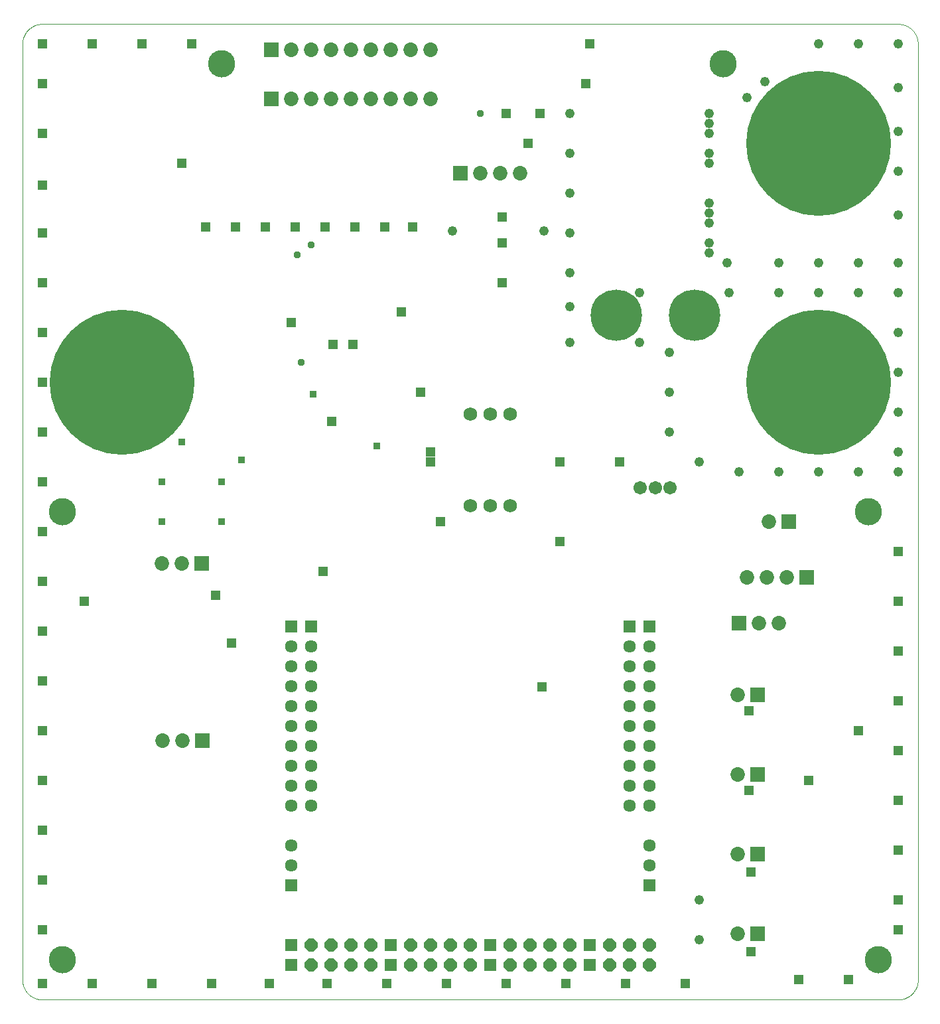
<source format=gbs>
G75*
%MOIN*%
%OFA0B0*%
%FSLAX25Y25*%
%IPPOS*%
%LPD*%
%AMOC8*
5,1,8,0,0,1.08239X$1,22.5*
%
%ADD10C,0.00000*%
%ADD11C,0.72800*%
%ADD12C,0.06800*%
%ADD13C,0.06343*%
%ADD14R,0.06343X0.06343*%
%ADD15OC8,0.06343*%
%ADD16C,0.07296*%
%ADD17R,0.07296X0.07296*%
%ADD18C,0.13650*%
%ADD19C,0.06706*%
%ADD20C,0.25800*%
%ADD21R,0.04762X0.04762*%
%ADD22C,0.04762*%
%ADD23C,0.03778*%
%ADD24R,0.03778X0.03778*%
D10*
X0021800Y0021800D02*
X0451800Y0021800D01*
X0452042Y0021803D01*
X0452283Y0021812D01*
X0452524Y0021826D01*
X0452765Y0021847D01*
X0453005Y0021873D01*
X0453245Y0021905D01*
X0453484Y0021943D01*
X0453721Y0021986D01*
X0453958Y0022036D01*
X0454193Y0022091D01*
X0454427Y0022151D01*
X0454659Y0022218D01*
X0454890Y0022289D01*
X0455119Y0022367D01*
X0455346Y0022450D01*
X0455571Y0022538D01*
X0455794Y0022632D01*
X0456014Y0022731D01*
X0456232Y0022836D01*
X0456447Y0022945D01*
X0456660Y0023060D01*
X0456870Y0023180D01*
X0457076Y0023305D01*
X0457280Y0023435D01*
X0457481Y0023570D01*
X0457678Y0023710D01*
X0457872Y0023854D01*
X0458062Y0024003D01*
X0458248Y0024157D01*
X0458431Y0024315D01*
X0458610Y0024477D01*
X0458785Y0024644D01*
X0458956Y0024815D01*
X0459123Y0024990D01*
X0459285Y0025169D01*
X0459443Y0025352D01*
X0459597Y0025538D01*
X0459746Y0025728D01*
X0459890Y0025922D01*
X0460030Y0026119D01*
X0460165Y0026320D01*
X0460295Y0026524D01*
X0460420Y0026730D01*
X0460540Y0026940D01*
X0460655Y0027153D01*
X0460764Y0027368D01*
X0460869Y0027586D01*
X0460968Y0027806D01*
X0461062Y0028029D01*
X0461150Y0028254D01*
X0461233Y0028481D01*
X0461311Y0028710D01*
X0461382Y0028941D01*
X0461449Y0029173D01*
X0461509Y0029407D01*
X0461564Y0029642D01*
X0461614Y0029879D01*
X0461657Y0030116D01*
X0461695Y0030355D01*
X0461727Y0030595D01*
X0461753Y0030835D01*
X0461774Y0031076D01*
X0461788Y0031317D01*
X0461797Y0031558D01*
X0461800Y0031800D01*
X0461800Y0501800D01*
X0461797Y0502042D01*
X0461788Y0502283D01*
X0461774Y0502524D01*
X0461753Y0502765D01*
X0461727Y0503005D01*
X0461695Y0503245D01*
X0461657Y0503484D01*
X0461614Y0503721D01*
X0461564Y0503958D01*
X0461509Y0504193D01*
X0461449Y0504427D01*
X0461382Y0504659D01*
X0461311Y0504890D01*
X0461233Y0505119D01*
X0461150Y0505346D01*
X0461062Y0505571D01*
X0460968Y0505794D01*
X0460869Y0506014D01*
X0460764Y0506232D01*
X0460655Y0506447D01*
X0460540Y0506660D01*
X0460420Y0506870D01*
X0460295Y0507076D01*
X0460165Y0507280D01*
X0460030Y0507481D01*
X0459890Y0507678D01*
X0459746Y0507872D01*
X0459597Y0508062D01*
X0459443Y0508248D01*
X0459285Y0508431D01*
X0459123Y0508610D01*
X0458956Y0508785D01*
X0458785Y0508956D01*
X0458610Y0509123D01*
X0458431Y0509285D01*
X0458248Y0509443D01*
X0458062Y0509597D01*
X0457872Y0509746D01*
X0457678Y0509890D01*
X0457481Y0510030D01*
X0457280Y0510165D01*
X0457076Y0510295D01*
X0456870Y0510420D01*
X0456660Y0510540D01*
X0456447Y0510655D01*
X0456232Y0510764D01*
X0456014Y0510869D01*
X0455794Y0510968D01*
X0455571Y0511062D01*
X0455346Y0511150D01*
X0455119Y0511233D01*
X0454890Y0511311D01*
X0454659Y0511382D01*
X0454427Y0511449D01*
X0454193Y0511509D01*
X0453958Y0511564D01*
X0453721Y0511614D01*
X0453484Y0511657D01*
X0453245Y0511695D01*
X0453005Y0511727D01*
X0452765Y0511753D01*
X0452524Y0511774D01*
X0452283Y0511788D01*
X0452042Y0511797D01*
X0451800Y0511800D01*
X0021800Y0511800D01*
X0021558Y0511797D01*
X0021317Y0511788D01*
X0021076Y0511774D01*
X0020835Y0511753D01*
X0020595Y0511727D01*
X0020355Y0511695D01*
X0020116Y0511657D01*
X0019879Y0511614D01*
X0019642Y0511564D01*
X0019407Y0511509D01*
X0019173Y0511449D01*
X0018941Y0511382D01*
X0018710Y0511311D01*
X0018481Y0511233D01*
X0018254Y0511150D01*
X0018029Y0511062D01*
X0017806Y0510968D01*
X0017586Y0510869D01*
X0017368Y0510764D01*
X0017153Y0510655D01*
X0016940Y0510540D01*
X0016730Y0510420D01*
X0016524Y0510295D01*
X0016320Y0510165D01*
X0016119Y0510030D01*
X0015922Y0509890D01*
X0015728Y0509746D01*
X0015538Y0509597D01*
X0015352Y0509443D01*
X0015169Y0509285D01*
X0014990Y0509123D01*
X0014815Y0508956D01*
X0014644Y0508785D01*
X0014477Y0508610D01*
X0014315Y0508431D01*
X0014157Y0508248D01*
X0014003Y0508062D01*
X0013854Y0507872D01*
X0013710Y0507678D01*
X0013570Y0507481D01*
X0013435Y0507280D01*
X0013305Y0507076D01*
X0013180Y0506870D01*
X0013060Y0506660D01*
X0012945Y0506447D01*
X0012836Y0506232D01*
X0012731Y0506014D01*
X0012632Y0505794D01*
X0012538Y0505571D01*
X0012450Y0505346D01*
X0012367Y0505119D01*
X0012289Y0504890D01*
X0012218Y0504659D01*
X0012151Y0504427D01*
X0012091Y0504193D01*
X0012036Y0503958D01*
X0011986Y0503721D01*
X0011943Y0503484D01*
X0011905Y0503245D01*
X0011873Y0503005D01*
X0011847Y0502765D01*
X0011826Y0502524D01*
X0011812Y0502283D01*
X0011803Y0502042D01*
X0011800Y0501800D01*
X0011800Y0031800D01*
X0011803Y0031558D01*
X0011812Y0031317D01*
X0011826Y0031076D01*
X0011847Y0030835D01*
X0011873Y0030595D01*
X0011905Y0030355D01*
X0011943Y0030116D01*
X0011986Y0029879D01*
X0012036Y0029642D01*
X0012091Y0029407D01*
X0012151Y0029173D01*
X0012218Y0028941D01*
X0012289Y0028710D01*
X0012367Y0028481D01*
X0012450Y0028254D01*
X0012538Y0028029D01*
X0012632Y0027806D01*
X0012731Y0027586D01*
X0012836Y0027368D01*
X0012945Y0027153D01*
X0013060Y0026940D01*
X0013180Y0026730D01*
X0013305Y0026524D01*
X0013435Y0026320D01*
X0013570Y0026119D01*
X0013710Y0025922D01*
X0013854Y0025728D01*
X0014003Y0025538D01*
X0014157Y0025352D01*
X0014315Y0025169D01*
X0014477Y0024990D01*
X0014644Y0024815D01*
X0014815Y0024644D01*
X0014990Y0024477D01*
X0015169Y0024315D01*
X0015352Y0024157D01*
X0015538Y0024003D01*
X0015728Y0023854D01*
X0015922Y0023710D01*
X0016119Y0023570D01*
X0016320Y0023435D01*
X0016524Y0023305D01*
X0016730Y0023180D01*
X0016940Y0023060D01*
X0017153Y0022945D01*
X0017368Y0022836D01*
X0017586Y0022731D01*
X0017806Y0022632D01*
X0018029Y0022538D01*
X0018254Y0022450D01*
X0018481Y0022367D01*
X0018710Y0022289D01*
X0018941Y0022218D01*
X0019173Y0022151D01*
X0019407Y0022091D01*
X0019642Y0022036D01*
X0019879Y0021986D01*
X0020116Y0021943D01*
X0020355Y0021905D01*
X0020595Y0021873D01*
X0020835Y0021847D01*
X0021076Y0021826D01*
X0021317Y0021812D01*
X0021558Y0021803D01*
X0021800Y0021800D01*
X0025375Y0041800D02*
X0025377Y0041960D01*
X0025383Y0042120D01*
X0025393Y0042280D01*
X0025407Y0042440D01*
X0025425Y0042599D01*
X0025447Y0042758D01*
X0025473Y0042916D01*
X0025502Y0043073D01*
X0025536Y0043230D01*
X0025574Y0043385D01*
X0025615Y0043540D01*
X0025660Y0043694D01*
X0025710Y0043846D01*
X0025762Y0043997D01*
X0025819Y0044147D01*
X0025880Y0044296D01*
X0025944Y0044443D01*
X0026011Y0044588D01*
X0026083Y0044731D01*
X0026157Y0044873D01*
X0026236Y0045013D01*
X0026318Y0045150D01*
X0026403Y0045286D01*
X0026491Y0045419D01*
X0026583Y0045551D01*
X0026678Y0045679D01*
X0026777Y0045806D01*
X0026878Y0045930D01*
X0026983Y0046051D01*
X0027090Y0046170D01*
X0027201Y0046286D01*
X0027314Y0046399D01*
X0027430Y0046510D01*
X0027549Y0046617D01*
X0027670Y0046722D01*
X0027794Y0046823D01*
X0027921Y0046922D01*
X0028049Y0047017D01*
X0028181Y0047109D01*
X0028314Y0047197D01*
X0028450Y0047282D01*
X0028588Y0047364D01*
X0028727Y0047443D01*
X0028869Y0047517D01*
X0029012Y0047589D01*
X0029157Y0047656D01*
X0029304Y0047720D01*
X0029453Y0047781D01*
X0029603Y0047838D01*
X0029754Y0047890D01*
X0029906Y0047940D01*
X0030060Y0047985D01*
X0030215Y0048026D01*
X0030370Y0048064D01*
X0030527Y0048098D01*
X0030684Y0048127D01*
X0030842Y0048153D01*
X0031001Y0048175D01*
X0031160Y0048193D01*
X0031320Y0048207D01*
X0031480Y0048217D01*
X0031640Y0048223D01*
X0031800Y0048225D01*
X0031960Y0048223D01*
X0032120Y0048217D01*
X0032280Y0048207D01*
X0032440Y0048193D01*
X0032599Y0048175D01*
X0032758Y0048153D01*
X0032916Y0048127D01*
X0033073Y0048098D01*
X0033230Y0048064D01*
X0033385Y0048026D01*
X0033540Y0047985D01*
X0033694Y0047940D01*
X0033846Y0047890D01*
X0033997Y0047838D01*
X0034147Y0047781D01*
X0034296Y0047720D01*
X0034443Y0047656D01*
X0034588Y0047589D01*
X0034731Y0047517D01*
X0034873Y0047443D01*
X0035013Y0047364D01*
X0035150Y0047282D01*
X0035286Y0047197D01*
X0035419Y0047109D01*
X0035551Y0047017D01*
X0035679Y0046922D01*
X0035806Y0046823D01*
X0035930Y0046722D01*
X0036051Y0046617D01*
X0036170Y0046510D01*
X0036286Y0046399D01*
X0036399Y0046286D01*
X0036510Y0046170D01*
X0036617Y0046051D01*
X0036722Y0045930D01*
X0036823Y0045806D01*
X0036922Y0045679D01*
X0037017Y0045551D01*
X0037109Y0045419D01*
X0037197Y0045286D01*
X0037282Y0045150D01*
X0037364Y0045012D01*
X0037443Y0044873D01*
X0037517Y0044731D01*
X0037589Y0044588D01*
X0037656Y0044443D01*
X0037720Y0044296D01*
X0037781Y0044147D01*
X0037838Y0043997D01*
X0037890Y0043846D01*
X0037940Y0043694D01*
X0037985Y0043540D01*
X0038026Y0043385D01*
X0038064Y0043230D01*
X0038098Y0043073D01*
X0038127Y0042916D01*
X0038153Y0042758D01*
X0038175Y0042599D01*
X0038193Y0042440D01*
X0038207Y0042280D01*
X0038217Y0042120D01*
X0038223Y0041960D01*
X0038225Y0041800D01*
X0038223Y0041640D01*
X0038217Y0041480D01*
X0038207Y0041320D01*
X0038193Y0041160D01*
X0038175Y0041001D01*
X0038153Y0040842D01*
X0038127Y0040684D01*
X0038098Y0040527D01*
X0038064Y0040370D01*
X0038026Y0040215D01*
X0037985Y0040060D01*
X0037940Y0039906D01*
X0037890Y0039754D01*
X0037838Y0039603D01*
X0037781Y0039453D01*
X0037720Y0039304D01*
X0037656Y0039157D01*
X0037589Y0039012D01*
X0037517Y0038869D01*
X0037443Y0038727D01*
X0037364Y0038587D01*
X0037282Y0038450D01*
X0037197Y0038314D01*
X0037109Y0038181D01*
X0037017Y0038049D01*
X0036922Y0037921D01*
X0036823Y0037794D01*
X0036722Y0037670D01*
X0036617Y0037549D01*
X0036510Y0037430D01*
X0036399Y0037314D01*
X0036286Y0037201D01*
X0036170Y0037090D01*
X0036051Y0036983D01*
X0035930Y0036878D01*
X0035806Y0036777D01*
X0035679Y0036678D01*
X0035551Y0036583D01*
X0035419Y0036491D01*
X0035286Y0036403D01*
X0035150Y0036318D01*
X0035012Y0036236D01*
X0034873Y0036157D01*
X0034731Y0036083D01*
X0034588Y0036011D01*
X0034443Y0035944D01*
X0034296Y0035880D01*
X0034147Y0035819D01*
X0033997Y0035762D01*
X0033846Y0035710D01*
X0033694Y0035660D01*
X0033540Y0035615D01*
X0033385Y0035574D01*
X0033230Y0035536D01*
X0033073Y0035502D01*
X0032916Y0035473D01*
X0032758Y0035447D01*
X0032599Y0035425D01*
X0032440Y0035407D01*
X0032280Y0035393D01*
X0032120Y0035383D01*
X0031960Y0035377D01*
X0031800Y0035375D01*
X0031640Y0035377D01*
X0031480Y0035383D01*
X0031320Y0035393D01*
X0031160Y0035407D01*
X0031001Y0035425D01*
X0030842Y0035447D01*
X0030684Y0035473D01*
X0030527Y0035502D01*
X0030370Y0035536D01*
X0030215Y0035574D01*
X0030060Y0035615D01*
X0029906Y0035660D01*
X0029754Y0035710D01*
X0029603Y0035762D01*
X0029453Y0035819D01*
X0029304Y0035880D01*
X0029157Y0035944D01*
X0029012Y0036011D01*
X0028869Y0036083D01*
X0028727Y0036157D01*
X0028587Y0036236D01*
X0028450Y0036318D01*
X0028314Y0036403D01*
X0028181Y0036491D01*
X0028049Y0036583D01*
X0027921Y0036678D01*
X0027794Y0036777D01*
X0027670Y0036878D01*
X0027549Y0036983D01*
X0027430Y0037090D01*
X0027314Y0037201D01*
X0027201Y0037314D01*
X0027090Y0037430D01*
X0026983Y0037549D01*
X0026878Y0037670D01*
X0026777Y0037794D01*
X0026678Y0037921D01*
X0026583Y0038049D01*
X0026491Y0038181D01*
X0026403Y0038314D01*
X0026318Y0038450D01*
X0026236Y0038588D01*
X0026157Y0038727D01*
X0026083Y0038869D01*
X0026011Y0039012D01*
X0025944Y0039157D01*
X0025880Y0039304D01*
X0025819Y0039453D01*
X0025762Y0039603D01*
X0025710Y0039754D01*
X0025660Y0039906D01*
X0025615Y0040060D01*
X0025574Y0040215D01*
X0025536Y0040370D01*
X0025502Y0040527D01*
X0025473Y0040684D01*
X0025447Y0040842D01*
X0025425Y0041001D01*
X0025407Y0041160D01*
X0025393Y0041320D01*
X0025383Y0041480D01*
X0025377Y0041640D01*
X0025375Y0041800D01*
X0025375Y0266800D02*
X0025377Y0266960D01*
X0025383Y0267120D01*
X0025393Y0267280D01*
X0025407Y0267440D01*
X0025425Y0267599D01*
X0025447Y0267758D01*
X0025473Y0267916D01*
X0025502Y0268073D01*
X0025536Y0268230D01*
X0025574Y0268385D01*
X0025615Y0268540D01*
X0025660Y0268694D01*
X0025710Y0268846D01*
X0025762Y0268997D01*
X0025819Y0269147D01*
X0025880Y0269296D01*
X0025944Y0269443D01*
X0026011Y0269588D01*
X0026083Y0269731D01*
X0026157Y0269873D01*
X0026236Y0270013D01*
X0026318Y0270150D01*
X0026403Y0270286D01*
X0026491Y0270419D01*
X0026583Y0270551D01*
X0026678Y0270679D01*
X0026777Y0270806D01*
X0026878Y0270930D01*
X0026983Y0271051D01*
X0027090Y0271170D01*
X0027201Y0271286D01*
X0027314Y0271399D01*
X0027430Y0271510D01*
X0027549Y0271617D01*
X0027670Y0271722D01*
X0027794Y0271823D01*
X0027921Y0271922D01*
X0028049Y0272017D01*
X0028181Y0272109D01*
X0028314Y0272197D01*
X0028450Y0272282D01*
X0028588Y0272364D01*
X0028727Y0272443D01*
X0028869Y0272517D01*
X0029012Y0272589D01*
X0029157Y0272656D01*
X0029304Y0272720D01*
X0029453Y0272781D01*
X0029603Y0272838D01*
X0029754Y0272890D01*
X0029906Y0272940D01*
X0030060Y0272985D01*
X0030215Y0273026D01*
X0030370Y0273064D01*
X0030527Y0273098D01*
X0030684Y0273127D01*
X0030842Y0273153D01*
X0031001Y0273175D01*
X0031160Y0273193D01*
X0031320Y0273207D01*
X0031480Y0273217D01*
X0031640Y0273223D01*
X0031800Y0273225D01*
X0031960Y0273223D01*
X0032120Y0273217D01*
X0032280Y0273207D01*
X0032440Y0273193D01*
X0032599Y0273175D01*
X0032758Y0273153D01*
X0032916Y0273127D01*
X0033073Y0273098D01*
X0033230Y0273064D01*
X0033385Y0273026D01*
X0033540Y0272985D01*
X0033694Y0272940D01*
X0033846Y0272890D01*
X0033997Y0272838D01*
X0034147Y0272781D01*
X0034296Y0272720D01*
X0034443Y0272656D01*
X0034588Y0272589D01*
X0034731Y0272517D01*
X0034873Y0272443D01*
X0035013Y0272364D01*
X0035150Y0272282D01*
X0035286Y0272197D01*
X0035419Y0272109D01*
X0035551Y0272017D01*
X0035679Y0271922D01*
X0035806Y0271823D01*
X0035930Y0271722D01*
X0036051Y0271617D01*
X0036170Y0271510D01*
X0036286Y0271399D01*
X0036399Y0271286D01*
X0036510Y0271170D01*
X0036617Y0271051D01*
X0036722Y0270930D01*
X0036823Y0270806D01*
X0036922Y0270679D01*
X0037017Y0270551D01*
X0037109Y0270419D01*
X0037197Y0270286D01*
X0037282Y0270150D01*
X0037364Y0270012D01*
X0037443Y0269873D01*
X0037517Y0269731D01*
X0037589Y0269588D01*
X0037656Y0269443D01*
X0037720Y0269296D01*
X0037781Y0269147D01*
X0037838Y0268997D01*
X0037890Y0268846D01*
X0037940Y0268694D01*
X0037985Y0268540D01*
X0038026Y0268385D01*
X0038064Y0268230D01*
X0038098Y0268073D01*
X0038127Y0267916D01*
X0038153Y0267758D01*
X0038175Y0267599D01*
X0038193Y0267440D01*
X0038207Y0267280D01*
X0038217Y0267120D01*
X0038223Y0266960D01*
X0038225Y0266800D01*
X0038223Y0266640D01*
X0038217Y0266480D01*
X0038207Y0266320D01*
X0038193Y0266160D01*
X0038175Y0266001D01*
X0038153Y0265842D01*
X0038127Y0265684D01*
X0038098Y0265527D01*
X0038064Y0265370D01*
X0038026Y0265215D01*
X0037985Y0265060D01*
X0037940Y0264906D01*
X0037890Y0264754D01*
X0037838Y0264603D01*
X0037781Y0264453D01*
X0037720Y0264304D01*
X0037656Y0264157D01*
X0037589Y0264012D01*
X0037517Y0263869D01*
X0037443Y0263727D01*
X0037364Y0263587D01*
X0037282Y0263450D01*
X0037197Y0263314D01*
X0037109Y0263181D01*
X0037017Y0263049D01*
X0036922Y0262921D01*
X0036823Y0262794D01*
X0036722Y0262670D01*
X0036617Y0262549D01*
X0036510Y0262430D01*
X0036399Y0262314D01*
X0036286Y0262201D01*
X0036170Y0262090D01*
X0036051Y0261983D01*
X0035930Y0261878D01*
X0035806Y0261777D01*
X0035679Y0261678D01*
X0035551Y0261583D01*
X0035419Y0261491D01*
X0035286Y0261403D01*
X0035150Y0261318D01*
X0035012Y0261236D01*
X0034873Y0261157D01*
X0034731Y0261083D01*
X0034588Y0261011D01*
X0034443Y0260944D01*
X0034296Y0260880D01*
X0034147Y0260819D01*
X0033997Y0260762D01*
X0033846Y0260710D01*
X0033694Y0260660D01*
X0033540Y0260615D01*
X0033385Y0260574D01*
X0033230Y0260536D01*
X0033073Y0260502D01*
X0032916Y0260473D01*
X0032758Y0260447D01*
X0032599Y0260425D01*
X0032440Y0260407D01*
X0032280Y0260393D01*
X0032120Y0260383D01*
X0031960Y0260377D01*
X0031800Y0260375D01*
X0031640Y0260377D01*
X0031480Y0260383D01*
X0031320Y0260393D01*
X0031160Y0260407D01*
X0031001Y0260425D01*
X0030842Y0260447D01*
X0030684Y0260473D01*
X0030527Y0260502D01*
X0030370Y0260536D01*
X0030215Y0260574D01*
X0030060Y0260615D01*
X0029906Y0260660D01*
X0029754Y0260710D01*
X0029603Y0260762D01*
X0029453Y0260819D01*
X0029304Y0260880D01*
X0029157Y0260944D01*
X0029012Y0261011D01*
X0028869Y0261083D01*
X0028727Y0261157D01*
X0028587Y0261236D01*
X0028450Y0261318D01*
X0028314Y0261403D01*
X0028181Y0261491D01*
X0028049Y0261583D01*
X0027921Y0261678D01*
X0027794Y0261777D01*
X0027670Y0261878D01*
X0027549Y0261983D01*
X0027430Y0262090D01*
X0027314Y0262201D01*
X0027201Y0262314D01*
X0027090Y0262430D01*
X0026983Y0262549D01*
X0026878Y0262670D01*
X0026777Y0262794D01*
X0026678Y0262921D01*
X0026583Y0263049D01*
X0026491Y0263181D01*
X0026403Y0263314D01*
X0026318Y0263450D01*
X0026236Y0263588D01*
X0026157Y0263727D01*
X0026083Y0263869D01*
X0026011Y0264012D01*
X0025944Y0264157D01*
X0025880Y0264304D01*
X0025819Y0264453D01*
X0025762Y0264603D01*
X0025710Y0264754D01*
X0025660Y0264906D01*
X0025615Y0265060D01*
X0025574Y0265215D01*
X0025536Y0265370D01*
X0025502Y0265527D01*
X0025473Y0265684D01*
X0025447Y0265842D01*
X0025425Y0266001D01*
X0025407Y0266160D01*
X0025393Y0266320D01*
X0025383Y0266480D01*
X0025377Y0266640D01*
X0025375Y0266800D01*
X0105375Y0491800D02*
X0105377Y0491960D01*
X0105383Y0492120D01*
X0105393Y0492280D01*
X0105407Y0492440D01*
X0105425Y0492599D01*
X0105447Y0492758D01*
X0105473Y0492916D01*
X0105502Y0493073D01*
X0105536Y0493230D01*
X0105574Y0493385D01*
X0105615Y0493540D01*
X0105660Y0493694D01*
X0105710Y0493846D01*
X0105762Y0493997D01*
X0105819Y0494147D01*
X0105880Y0494296D01*
X0105944Y0494443D01*
X0106011Y0494588D01*
X0106083Y0494731D01*
X0106157Y0494873D01*
X0106236Y0495013D01*
X0106318Y0495150D01*
X0106403Y0495286D01*
X0106491Y0495419D01*
X0106583Y0495551D01*
X0106678Y0495679D01*
X0106777Y0495806D01*
X0106878Y0495930D01*
X0106983Y0496051D01*
X0107090Y0496170D01*
X0107201Y0496286D01*
X0107314Y0496399D01*
X0107430Y0496510D01*
X0107549Y0496617D01*
X0107670Y0496722D01*
X0107794Y0496823D01*
X0107921Y0496922D01*
X0108049Y0497017D01*
X0108181Y0497109D01*
X0108314Y0497197D01*
X0108450Y0497282D01*
X0108588Y0497364D01*
X0108727Y0497443D01*
X0108869Y0497517D01*
X0109012Y0497589D01*
X0109157Y0497656D01*
X0109304Y0497720D01*
X0109453Y0497781D01*
X0109603Y0497838D01*
X0109754Y0497890D01*
X0109906Y0497940D01*
X0110060Y0497985D01*
X0110215Y0498026D01*
X0110370Y0498064D01*
X0110527Y0498098D01*
X0110684Y0498127D01*
X0110842Y0498153D01*
X0111001Y0498175D01*
X0111160Y0498193D01*
X0111320Y0498207D01*
X0111480Y0498217D01*
X0111640Y0498223D01*
X0111800Y0498225D01*
X0111960Y0498223D01*
X0112120Y0498217D01*
X0112280Y0498207D01*
X0112440Y0498193D01*
X0112599Y0498175D01*
X0112758Y0498153D01*
X0112916Y0498127D01*
X0113073Y0498098D01*
X0113230Y0498064D01*
X0113385Y0498026D01*
X0113540Y0497985D01*
X0113694Y0497940D01*
X0113846Y0497890D01*
X0113997Y0497838D01*
X0114147Y0497781D01*
X0114296Y0497720D01*
X0114443Y0497656D01*
X0114588Y0497589D01*
X0114731Y0497517D01*
X0114873Y0497443D01*
X0115013Y0497364D01*
X0115150Y0497282D01*
X0115286Y0497197D01*
X0115419Y0497109D01*
X0115551Y0497017D01*
X0115679Y0496922D01*
X0115806Y0496823D01*
X0115930Y0496722D01*
X0116051Y0496617D01*
X0116170Y0496510D01*
X0116286Y0496399D01*
X0116399Y0496286D01*
X0116510Y0496170D01*
X0116617Y0496051D01*
X0116722Y0495930D01*
X0116823Y0495806D01*
X0116922Y0495679D01*
X0117017Y0495551D01*
X0117109Y0495419D01*
X0117197Y0495286D01*
X0117282Y0495150D01*
X0117364Y0495012D01*
X0117443Y0494873D01*
X0117517Y0494731D01*
X0117589Y0494588D01*
X0117656Y0494443D01*
X0117720Y0494296D01*
X0117781Y0494147D01*
X0117838Y0493997D01*
X0117890Y0493846D01*
X0117940Y0493694D01*
X0117985Y0493540D01*
X0118026Y0493385D01*
X0118064Y0493230D01*
X0118098Y0493073D01*
X0118127Y0492916D01*
X0118153Y0492758D01*
X0118175Y0492599D01*
X0118193Y0492440D01*
X0118207Y0492280D01*
X0118217Y0492120D01*
X0118223Y0491960D01*
X0118225Y0491800D01*
X0118223Y0491640D01*
X0118217Y0491480D01*
X0118207Y0491320D01*
X0118193Y0491160D01*
X0118175Y0491001D01*
X0118153Y0490842D01*
X0118127Y0490684D01*
X0118098Y0490527D01*
X0118064Y0490370D01*
X0118026Y0490215D01*
X0117985Y0490060D01*
X0117940Y0489906D01*
X0117890Y0489754D01*
X0117838Y0489603D01*
X0117781Y0489453D01*
X0117720Y0489304D01*
X0117656Y0489157D01*
X0117589Y0489012D01*
X0117517Y0488869D01*
X0117443Y0488727D01*
X0117364Y0488587D01*
X0117282Y0488450D01*
X0117197Y0488314D01*
X0117109Y0488181D01*
X0117017Y0488049D01*
X0116922Y0487921D01*
X0116823Y0487794D01*
X0116722Y0487670D01*
X0116617Y0487549D01*
X0116510Y0487430D01*
X0116399Y0487314D01*
X0116286Y0487201D01*
X0116170Y0487090D01*
X0116051Y0486983D01*
X0115930Y0486878D01*
X0115806Y0486777D01*
X0115679Y0486678D01*
X0115551Y0486583D01*
X0115419Y0486491D01*
X0115286Y0486403D01*
X0115150Y0486318D01*
X0115012Y0486236D01*
X0114873Y0486157D01*
X0114731Y0486083D01*
X0114588Y0486011D01*
X0114443Y0485944D01*
X0114296Y0485880D01*
X0114147Y0485819D01*
X0113997Y0485762D01*
X0113846Y0485710D01*
X0113694Y0485660D01*
X0113540Y0485615D01*
X0113385Y0485574D01*
X0113230Y0485536D01*
X0113073Y0485502D01*
X0112916Y0485473D01*
X0112758Y0485447D01*
X0112599Y0485425D01*
X0112440Y0485407D01*
X0112280Y0485393D01*
X0112120Y0485383D01*
X0111960Y0485377D01*
X0111800Y0485375D01*
X0111640Y0485377D01*
X0111480Y0485383D01*
X0111320Y0485393D01*
X0111160Y0485407D01*
X0111001Y0485425D01*
X0110842Y0485447D01*
X0110684Y0485473D01*
X0110527Y0485502D01*
X0110370Y0485536D01*
X0110215Y0485574D01*
X0110060Y0485615D01*
X0109906Y0485660D01*
X0109754Y0485710D01*
X0109603Y0485762D01*
X0109453Y0485819D01*
X0109304Y0485880D01*
X0109157Y0485944D01*
X0109012Y0486011D01*
X0108869Y0486083D01*
X0108727Y0486157D01*
X0108587Y0486236D01*
X0108450Y0486318D01*
X0108314Y0486403D01*
X0108181Y0486491D01*
X0108049Y0486583D01*
X0107921Y0486678D01*
X0107794Y0486777D01*
X0107670Y0486878D01*
X0107549Y0486983D01*
X0107430Y0487090D01*
X0107314Y0487201D01*
X0107201Y0487314D01*
X0107090Y0487430D01*
X0106983Y0487549D01*
X0106878Y0487670D01*
X0106777Y0487794D01*
X0106678Y0487921D01*
X0106583Y0488049D01*
X0106491Y0488181D01*
X0106403Y0488314D01*
X0106318Y0488450D01*
X0106236Y0488588D01*
X0106157Y0488727D01*
X0106083Y0488869D01*
X0106011Y0489012D01*
X0105944Y0489157D01*
X0105880Y0489304D01*
X0105819Y0489453D01*
X0105762Y0489603D01*
X0105710Y0489754D01*
X0105660Y0489906D01*
X0105615Y0490060D01*
X0105574Y0490215D01*
X0105536Y0490370D01*
X0105502Y0490527D01*
X0105473Y0490684D01*
X0105447Y0490842D01*
X0105425Y0491001D01*
X0105407Y0491160D01*
X0105393Y0491320D01*
X0105383Y0491480D01*
X0105377Y0491640D01*
X0105375Y0491800D01*
X0357375Y0491800D02*
X0357377Y0491960D01*
X0357383Y0492120D01*
X0357393Y0492280D01*
X0357407Y0492440D01*
X0357425Y0492599D01*
X0357447Y0492758D01*
X0357473Y0492916D01*
X0357502Y0493073D01*
X0357536Y0493230D01*
X0357574Y0493385D01*
X0357615Y0493540D01*
X0357660Y0493694D01*
X0357710Y0493846D01*
X0357762Y0493997D01*
X0357819Y0494147D01*
X0357880Y0494296D01*
X0357944Y0494443D01*
X0358011Y0494588D01*
X0358083Y0494731D01*
X0358157Y0494873D01*
X0358236Y0495013D01*
X0358318Y0495150D01*
X0358403Y0495286D01*
X0358491Y0495419D01*
X0358583Y0495551D01*
X0358678Y0495679D01*
X0358777Y0495806D01*
X0358878Y0495930D01*
X0358983Y0496051D01*
X0359090Y0496170D01*
X0359201Y0496286D01*
X0359314Y0496399D01*
X0359430Y0496510D01*
X0359549Y0496617D01*
X0359670Y0496722D01*
X0359794Y0496823D01*
X0359921Y0496922D01*
X0360049Y0497017D01*
X0360181Y0497109D01*
X0360314Y0497197D01*
X0360450Y0497282D01*
X0360588Y0497364D01*
X0360727Y0497443D01*
X0360869Y0497517D01*
X0361012Y0497589D01*
X0361157Y0497656D01*
X0361304Y0497720D01*
X0361453Y0497781D01*
X0361603Y0497838D01*
X0361754Y0497890D01*
X0361906Y0497940D01*
X0362060Y0497985D01*
X0362215Y0498026D01*
X0362370Y0498064D01*
X0362527Y0498098D01*
X0362684Y0498127D01*
X0362842Y0498153D01*
X0363001Y0498175D01*
X0363160Y0498193D01*
X0363320Y0498207D01*
X0363480Y0498217D01*
X0363640Y0498223D01*
X0363800Y0498225D01*
X0363960Y0498223D01*
X0364120Y0498217D01*
X0364280Y0498207D01*
X0364440Y0498193D01*
X0364599Y0498175D01*
X0364758Y0498153D01*
X0364916Y0498127D01*
X0365073Y0498098D01*
X0365230Y0498064D01*
X0365385Y0498026D01*
X0365540Y0497985D01*
X0365694Y0497940D01*
X0365846Y0497890D01*
X0365997Y0497838D01*
X0366147Y0497781D01*
X0366296Y0497720D01*
X0366443Y0497656D01*
X0366588Y0497589D01*
X0366731Y0497517D01*
X0366873Y0497443D01*
X0367013Y0497364D01*
X0367150Y0497282D01*
X0367286Y0497197D01*
X0367419Y0497109D01*
X0367551Y0497017D01*
X0367679Y0496922D01*
X0367806Y0496823D01*
X0367930Y0496722D01*
X0368051Y0496617D01*
X0368170Y0496510D01*
X0368286Y0496399D01*
X0368399Y0496286D01*
X0368510Y0496170D01*
X0368617Y0496051D01*
X0368722Y0495930D01*
X0368823Y0495806D01*
X0368922Y0495679D01*
X0369017Y0495551D01*
X0369109Y0495419D01*
X0369197Y0495286D01*
X0369282Y0495150D01*
X0369364Y0495012D01*
X0369443Y0494873D01*
X0369517Y0494731D01*
X0369589Y0494588D01*
X0369656Y0494443D01*
X0369720Y0494296D01*
X0369781Y0494147D01*
X0369838Y0493997D01*
X0369890Y0493846D01*
X0369940Y0493694D01*
X0369985Y0493540D01*
X0370026Y0493385D01*
X0370064Y0493230D01*
X0370098Y0493073D01*
X0370127Y0492916D01*
X0370153Y0492758D01*
X0370175Y0492599D01*
X0370193Y0492440D01*
X0370207Y0492280D01*
X0370217Y0492120D01*
X0370223Y0491960D01*
X0370225Y0491800D01*
X0370223Y0491640D01*
X0370217Y0491480D01*
X0370207Y0491320D01*
X0370193Y0491160D01*
X0370175Y0491001D01*
X0370153Y0490842D01*
X0370127Y0490684D01*
X0370098Y0490527D01*
X0370064Y0490370D01*
X0370026Y0490215D01*
X0369985Y0490060D01*
X0369940Y0489906D01*
X0369890Y0489754D01*
X0369838Y0489603D01*
X0369781Y0489453D01*
X0369720Y0489304D01*
X0369656Y0489157D01*
X0369589Y0489012D01*
X0369517Y0488869D01*
X0369443Y0488727D01*
X0369364Y0488587D01*
X0369282Y0488450D01*
X0369197Y0488314D01*
X0369109Y0488181D01*
X0369017Y0488049D01*
X0368922Y0487921D01*
X0368823Y0487794D01*
X0368722Y0487670D01*
X0368617Y0487549D01*
X0368510Y0487430D01*
X0368399Y0487314D01*
X0368286Y0487201D01*
X0368170Y0487090D01*
X0368051Y0486983D01*
X0367930Y0486878D01*
X0367806Y0486777D01*
X0367679Y0486678D01*
X0367551Y0486583D01*
X0367419Y0486491D01*
X0367286Y0486403D01*
X0367150Y0486318D01*
X0367012Y0486236D01*
X0366873Y0486157D01*
X0366731Y0486083D01*
X0366588Y0486011D01*
X0366443Y0485944D01*
X0366296Y0485880D01*
X0366147Y0485819D01*
X0365997Y0485762D01*
X0365846Y0485710D01*
X0365694Y0485660D01*
X0365540Y0485615D01*
X0365385Y0485574D01*
X0365230Y0485536D01*
X0365073Y0485502D01*
X0364916Y0485473D01*
X0364758Y0485447D01*
X0364599Y0485425D01*
X0364440Y0485407D01*
X0364280Y0485393D01*
X0364120Y0485383D01*
X0363960Y0485377D01*
X0363800Y0485375D01*
X0363640Y0485377D01*
X0363480Y0485383D01*
X0363320Y0485393D01*
X0363160Y0485407D01*
X0363001Y0485425D01*
X0362842Y0485447D01*
X0362684Y0485473D01*
X0362527Y0485502D01*
X0362370Y0485536D01*
X0362215Y0485574D01*
X0362060Y0485615D01*
X0361906Y0485660D01*
X0361754Y0485710D01*
X0361603Y0485762D01*
X0361453Y0485819D01*
X0361304Y0485880D01*
X0361157Y0485944D01*
X0361012Y0486011D01*
X0360869Y0486083D01*
X0360727Y0486157D01*
X0360587Y0486236D01*
X0360450Y0486318D01*
X0360314Y0486403D01*
X0360181Y0486491D01*
X0360049Y0486583D01*
X0359921Y0486678D01*
X0359794Y0486777D01*
X0359670Y0486878D01*
X0359549Y0486983D01*
X0359430Y0487090D01*
X0359314Y0487201D01*
X0359201Y0487314D01*
X0359090Y0487430D01*
X0358983Y0487549D01*
X0358878Y0487670D01*
X0358777Y0487794D01*
X0358678Y0487921D01*
X0358583Y0488049D01*
X0358491Y0488181D01*
X0358403Y0488314D01*
X0358318Y0488450D01*
X0358236Y0488588D01*
X0358157Y0488727D01*
X0358083Y0488869D01*
X0358011Y0489012D01*
X0357944Y0489157D01*
X0357880Y0489304D01*
X0357819Y0489453D01*
X0357762Y0489603D01*
X0357710Y0489754D01*
X0357660Y0489906D01*
X0357615Y0490060D01*
X0357574Y0490215D01*
X0357536Y0490370D01*
X0357502Y0490527D01*
X0357473Y0490684D01*
X0357447Y0490842D01*
X0357425Y0491001D01*
X0357407Y0491160D01*
X0357393Y0491320D01*
X0357383Y0491480D01*
X0357377Y0491640D01*
X0357375Y0491800D01*
X0430375Y0266800D02*
X0430377Y0266960D01*
X0430383Y0267120D01*
X0430393Y0267280D01*
X0430407Y0267440D01*
X0430425Y0267599D01*
X0430447Y0267758D01*
X0430473Y0267916D01*
X0430502Y0268073D01*
X0430536Y0268230D01*
X0430574Y0268385D01*
X0430615Y0268540D01*
X0430660Y0268694D01*
X0430710Y0268846D01*
X0430762Y0268997D01*
X0430819Y0269147D01*
X0430880Y0269296D01*
X0430944Y0269443D01*
X0431011Y0269588D01*
X0431083Y0269731D01*
X0431157Y0269873D01*
X0431236Y0270013D01*
X0431318Y0270150D01*
X0431403Y0270286D01*
X0431491Y0270419D01*
X0431583Y0270551D01*
X0431678Y0270679D01*
X0431777Y0270806D01*
X0431878Y0270930D01*
X0431983Y0271051D01*
X0432090Y0271170D01*
X0432201Y0271286D01*
X0432314Y0271399D01*
X0432430Y0271510D01*
X0432549Y0271617D01*
X0432670Y0271722D01*
X0432794Y0271823D01*
X0432921Y0271922D01*
X0433049Y0272017D01*
X0433181Y0272109D01*
X0433314Y0272197D01*
X0433450Y0272282D01*
X0433588Y0272364D01*
X0433727Y0272443D01*
X0433869Y0272517D01*
X0434012Y0272589D01*
X0434157Y0272656D01*
X0434304Y0272720D01*
X0434453Y0272781D01*
X0434603Y0272838D01*
X0434754Y0272890D01*
X0434906Y0272940D01*
X0435060Y0272985D01*
X0435215Y0273026D01*
X0435370Y0273064D01*
X0435527Y0273098D01*
X0435684Y0273127D01*
X0435842Y0273153D01*
X0436001Y0273175D01*
X0436160Y0273193D01*
X0436320Y0273207D01*
X0436480Y0273217D01*
X0436640Y0273223D01*
X0436800Y0273225D01*
X0436960Y0273223D01*
X0437120Y0273217D01*
X0437280Y0273207D01*
X0437440Y0273193D01*
X0437599Y0273175D01*
X0437758Y0273153D01*
X0437916Y0273127D01*
X0438073Y0273098D01*
X0438230Y0273064D01*
X0438385Y0273026D01*
X0438540Y0272985D01*
X0438694Y0272940D01*
X0438846Y0272890D01*
X0438997Y0272838D01*
X0439147Y0272781D01*
X0439296Y0272720D01*
X0439443Y0272656D01*
X0439588Y0272589D01*
X0439731Y0272517D01*
X0439873Y0272443D01*
X0440013Y0272364D01*
X0440150Y0272282D01*
X0440286Y0272197D01*
X0440419Y0272109D01*
X0440551Y0272017D01*
X0440679Y0271922D01*
X0440806Y0271823D01*
X0440930Y0271722D01*
X0441051Y0271617D01*
X0441170Y0271510D01*
X0441286Y0271399D01*
X0441399Y0271286D01*
X0441510Y0271170D01*
X0441617Y0271051D01*
X0441722Y0270930D01*
X0441823Y0270806D01*
X0441922Y0270679D01*
X0442017Y0270551D01*
X0442109Y0270419D01*
X0442197Y0270286D01*
X0442282Y0270150D01*
X0442364Y0270012D01*
X0442443Y0269873D01*
X0442517Y0269731D01*
X0442589Y0269588D01*
X0442656Y0269443D01*
X0442720Y0269296D01*
X0442781Y0269147D01*
X0442838Y0268997D01*
X0442890Y0268846D01*
X0442940Y0268694D01*
X0442985Y0268540D01*
X0443026Y0268385D01*
X0443064Y0268230D01*
X0443098Y0268073D01*
X0443127Y0267916D01*
X0443153Y0267758D01*
X0443175Y0267599D01*
X0443193Y0267440D01*
X0443207Y0267280D01*
X0443217Y0267120D01*
X0443223Y0266960D01*
X0443225Y0266800D01*
X0443223Y0266640D01*
X0443217Y0266480D01*
X0443207Y0266320D01*
X0443193Y0266160D01*
X0443175Y0266001D01*
X0443153Y0265842D01*
X0443127Y0265684D01*
X0443098Y0265527D01*
X0443064Y0265370D01*
X0443026Y0265215D01*
X0442985Y0265060D01*
X0442940Y0264906D01*
X0442890Y0264754D01*
X0442838Y0264603D01*
X0442781Y0264453D01*
X0442720Y0264304D01*
X0442656Y0264157D01*
X0442589Y0264012D01*
X0442517Y0263869D01*
X0442443Y0263727D01*
X0442364Y0263587D01*
X0442282Y0263450D01*
X0442197Y0263314D01*
X0442109Y0263181D01*
X0442017Y0263049D01*
X0441922Y0262921D01*
X0441823Y0262794D01*
X0441722Y0262670D01*
X0441617Y0262549D01*
X0441510Y0262430D01*
X0441399Y0262314D01*
X0441286Y0262201D01*
X0441170Y0262090D01*
X0441051Y0261983D01*
X0440930Y0261878D01*
X0440806Y0261777D01*
X0440679Y0261678D01*
X0440551Y0261583D01*
X0440419Y0261491D01*
X0440286Y0261403D01*
X0440150Y0261318D01*
X0440012Y0261236D01*
X0439873Y0261157D01*
X0439731Y0261083D01*
X0439588Y0261011D01*
X0439443Y0260944D01*
X0439296Y0260880D01*
X0439147Y0260819D01*
X0438997Y0260762D01*
X0438846Y0260710D01*
X0438694Y0260660D01*
X0438540Y0260615D01*
X0438385Y0260574D01*
X0438230Y0260536D01*
X0438073Y0260502D01*
X0437916Y0260473D01*
X0437758Y0260447D01*
X0437599Y0260425D01*
X0437440Y0260407D01*
X0437280Y0260393D01*
X0437120Y0260383D01*
X0436960Y0260377D01*
X0436800Y0260375D01*
X0436640Y0260377D01*
X0436480Y0260383D01*
X0436320Y0260393D01*
X0436160Y0260407D01*
X0436001Y0260425D01*
X0435842Y0260447D01*
X0435684Y0260473D01*
X0435527Y0260502D01*
X0435370Y0260536D01*
X0435215Y0260574D01*
X0435060Y0260615D01*
X0434906Y0260660D01*
X0434754Y0260710D01*
X0434603Y0260762D01*
X0434453Y0260819D01*
X0434304Y0260880D01*
X0434157Y0260944D01*
X0434012Y0261011D01*
X0433869Y0261083D01*
X0433727Y0261157D01*
X0433587Y0261236D01*
X0433450Y0261318D01*
X0433314Y0261403D01*
X0433181Y0261491D01*
X0433049Y0261583D01*
X0432921Y0261678D01*
X0432794Y0261777D01*
X0432670Y0261878D01*
X0432549Y0261983D01*
X0432430Y0262090D01*
X0432314Y0262201D01*
X0432201Y0262314D01*
X0432090Y0262430D01*
X0431983Y0262549D01*
X0431878Y0262670D01*
X0431777Y0262794D01*
X0431678Y0262921D01*
X0431583Y0263049D01*
X0431491Y0263181D01*
X0431403Y0263314D01*
X0431318Y0263450D01*
X0431236Y0263588D01*
X0431157Y0263727D01*
X0431083Y0263869D01*
X0431011Y0264012D01*
X0430944Y0264157D01*
X0430880Y0264304D01*
X0430819Y0264453D01*
X0430762Y0264603D01*
X0430710Y0264754D01*
X0430660Y0264906D01*
X0430615Y0265060D01*
X0430574Y0265215D01*
X0430536Y0265370D01*
X0430502Y0265527D01*
X0430473Y0265684D01*
X0430447Y0265842D01*
X0430425Y0266001D01*
X0430407Y0266160D01*
X0430393Y0266320D01*
X0430383Y0266480D01*
X0430377Y0266640D01*
X0430375Y0266800D01*
X0435375Y0041800D02*
X0435377Y0041960D01*
X0435383Y0042120D01*
X0435393Y0042280D01*
X0435407Y0042440D01*
X0435425Y0042599D01*
X0435447Y0042758D01*
X0435473Y0042916D01*
X0435502Y0043073D01*
X0435536Y0043230D01*
X0435574Y0043385D01*
X0435615Y0043540D01*
X0435660Y0043694D01*
X0435710Y0043846D01*
X0435762Y0043997D01*
X0435819Y0044147D01*
X0435880Y0044296D01*
X0435944Y0044443D01*
X0436011Y0044588D01*
X0436083Y0044731D01*
X0436157Y0044873D01*
X0436236Y0045013D01*
X0436318Y0045150D01*
X0436403Y0045286D01*
X0436491Y0045419D01*
X0436583Y0045551D01*
X0436678Y0045679D01*
X0436777Y0045806D01*
X0436878Y0045930D01*
X0436983Y0046051D01*
X0437090Y0046170D01*
X0437201Y0046286D01*
X0437314Y0046399D01*
X0437430Y0046510D01*
X0437549Y0046617D01*
X0437670Y0046722D01*
X0437794Y0046823D01*
X0437921Y0046922D01*
X0438049Y0047017D01*
X0438181Y0047109D01*
X0438314Y0047197D01*
X0438450Y0047282D01*
X0438588Y0047364D01*
X0438727Y0047443D01*
X0438869Y0047517D01*
X0439012Y0047589D01*
X0439157Y0047656D01*
X0439304Y0047720D01*
X0439453Y0047781D01*
X0439603Y0047838D01*
X0439754Y0047890D01*
X0439906Y0047940D01*
X0440060Y0047985D01*
X0440215Y0048026D01*
X0440370Y0048064D01*
X0440527Y0048098D01*
X0440684Y0048127D01*
X0440842Y0048153D01*
X0441001Y0048175D01*
X0441160Y0048193D01*
X0441320Y0048207D01*
X0441480Y0048217D01*
X0441640Y0048223D01*
X0441800Y0048225D01*
X0441960Y0048223D01*
X0442120Y0048217D01*
X0442280Y0048207D01*
X0442440Y0048193D01*
X0442599Y0048175D01*
X0442758Y0048153D01*
X0442916Y0048127D01*
X0443073Y0048098D01*
X0443230Y0048064D01*
X0443385Y0048026D01*
X0443540Y0047985D01*
X0443694Y0047940D01*
X0443846Y0047890D01*
X0443997Y0047838D01*
X0444147Y0047781D01*
X0444296Y0047720D01*
X0444443Y0047656D01*
X0444588Y0047589D01*
X0444731Y0047517D01*
X0444873Y0047443D01*
X0445013Y0047364D01*
X0445150Y0047282D01*
X0445286Y0047197D01*
X0445419Y0047109D01*
X0445551Y0047017D01*
X0445679Y0046922D01*
X0445806Y0046823D01*
X0445930Y0046722D01*
X0446051Y0046617D01*
X0446170Y0046510D01*
X0446286Y0046399D01*
X0446399Y0046286D01*
X0446510Y0046170D01*
X0446617Y0046051D01*
X0446722Y0045930D01*
X0446823Y0045806D01*
X0446922Y0045679D01*
X0447017Y0045551D01*
X0447109Y0045419D01*
X0447197Y0045286D01*
X0447282Y0045150D01*
X0447364Y0045012D01*
X0447443Y0044873D01*
X0447517Y0044731D01*
X0447589Y0044588D01*
X0447656Y0044443D01*
X0447720Y0044296D01*
X0447781Y0044147D01*
X0447838Y0043997D01*
X0447890Y0043846D01*
X0447940Y0043694D01*
X0447985Y0043540D01*
X0448026Y0043385D01*
X0448064Y0043230D01*
X0448098Y0043073D01*
X0448127Y0042916D01*
X0448153Y0042758D01*
X0448175Y0042599D01*
X0448193Y0042440D01*
X0448207Y0042280D01*
X0448217Y0042120D01*
X0448223Y0041960D01*
X0448225Y0041800D01*
X0448223Y0041640D01*
X0448217Y0041480D01*
X0448207Y0041320D01*
X0448193Y0041160D01*
X0448175Y0041001D01*
X0448153Y0040842D01*
X0448127Y0040684D01*
X0448098Y0040527D01*
X0448064Y0040370D01*
X0448026Y0040215D01*
X0447985Y0040060D01*
X0447940Y0039906D01*
X0447890Y0039754D01*
X0447838Y0039603D01*
X0447781Y0039453D01*
X0447720Y0039304D01*
X0447656Y0039157D01*
X0447589Y0039012D01*
X0447517Y0038869D01*
X0447443Y0038727D01*
X0447364Y0038587D01*
X0447282Y0038450D01*
X0447197Y0038314D01*
X0447109Y0038181D01*
X0447017Y0038049D01*
X0446922Y0037921D01*
X0446823Y0037794D01*
X0446722Y0037670D01*
X0446617Y0037549D01*
X0446510Y0037430D01*
X0446399Y0037314D01*
X0446286Y0037201D01*
X0446170Y0037090D01*
X0446051Y0036983D01*
X0445930Y0036878D01*
X0445806Y0036777D01*
X0445679Y0036678D01*
X0445551Y0036583D01*
X0445419Y0036491D01*
X0445286Y0036403D01*
X0445150Y0036318D01*
X0445012Y0036236D01*
X0444873Y0036157D01*
X0444731Y0036083D01*
X0444588Y0036011D01*
X0444443Y0035944D01*
X0444296Y0035880D01*
X0444147Y0035819D01*
X0443997Y0035762D01*
X0443846Y0035710D01*
X0443694Y0035660D01*
X0443540Y0035615D01*
X0443385Y0035574D01*
X0443230Y0035536D01*
X0443073Y0035502D01*
X0442916Y0035473D01*
X0442758Y0035447D01*
X0442599Y0035425D01*
X0442440Y0035407D01*
X0442280Y0035393D01*
X0442120Y0035383D01*
X0441960Y0035377D01*
X0441800Y0035375D01*
X0441640Y0035377D01*
X0441480Y0035383D01*
X0441320Y0035393D01*
X0441160Y0035407D01*
X0441001Y0035425D01*
X0440842Y0035447D01*
X0440684Y0035473D01*
X0440527Y0035502D01*
X0440370Y0035536D01*
X0440215Y0035574D01*
X0440060Y0035615D01*
X0439906Y0035660D01*
X0439754Y0035710D01*
X0439603Y0035762D01*
X0439453Y0035819D01*
X0439304Y0035880D01*
X0439157Y0035944D01*
X0439012Y0036011D01*
X0438869Y0036083D01*
X0438727Y0036157D01*
X0438587Y0036236D01*
X0438450Y0036318D01*
X0438314Y0036403D01*
X0438181Y0036491D01*
X0438049Y0036583D01*
X0437921Y0036678D01*
X0437794Y0036777D01*
X0437670Y0036878D01*
X0437549Y0036983D01*
X0437430Y0037090D01*
X0437314Y0037201D01*
X0437201Y0037314D01*
X0437090Y0037430D01*
X0436983Y0037549D01*
X0436878Y0037670D01*
X0436777Y0037794D01*
X0436678Y0037921D01*
X0436583Y0038049D01*
X0436491Y0038181D01*
X0436403Y0038314D01*
X0436318Y0038450D01*
X0436236Y0038588D01*
X0436157Y0038727D01*
X0436083Y0038869D01*
X0436011Y0039012D01*
X0435944Y0039157D01*
X0435880Y0039304D01*
X0435819Y0039453D01*
X0435762Y0039603D01*
X0435710Y0039754D01*
X0435660Y0039906D01*
X0435615Y0040060D01*
X0435574Y0040215D01*
X0435536Y0040370D01*
X0435502Y0040527D01*
X0435473Y0040684D01*
X0435447Y0040842D01*
X0435425Y0041001D01*
X0435407Y0041160D01*
X0435393Y0041320D01*
X0435383Y0041480D01*
X0435377Y0041640D01*
X0435375Y0041800D01*
D11*
X0411800Y0331800D03*
X0411800Y0451800D03*
X0061800Y0331800D03*
D12*
X0236800Y0315800D03*
X0246800Y0315800D03*
X0256800Y0315800D03*
X0256800Y0269800D03*
X0246800Y0269800D03*
X0236800Y0269800D03*
D13*
X0316800Y0199300D03*
X0316800Y0189300D03*
X0316800Y0179300D03*
X0316800Y0169300D03*
X0316800Y0159300D03*
X0316800Y0149300D03*
X0316800Y0139300D03*
X0316800Y0129300D03*
X0316800Y0119300D03*
X0326800Y0119300D03*
X0326800Y0129300D03*
X0326800Y0139300D03*
X0326800Y0149300D03*
X0326800Y0159300D03*
X0326800Y0169300D03*
X0326800Y0179300D03*
X0326800Y0189300D03*
X0326800Y0199300D03*
X0326800Y0099300D03*
X0326800Y0089300D03*
X0156800Y0119300D03*
X0156800Y0129300D03*
X0156800Y0139300D03*
X0156800Y0149300D03*
X0156800Y0159300D03*
X0156800Y0169300D03*
X0156800Y0179300D03*
X0156800Y0189300D03*
X0156800Y0199300D03*
X0146800Y0199300D03*
X0146800Y0189300D03*
X0146800Y0179300D03*
X0146800Y0169300D03*
X0146800Y0159300D03*
X0146800Y0149300D03*
X0146800Y0139300D03*
X0146800Y0129300D03*
X0146800Y0119300D03*
X0146800Y0099300D03*
X0146800Y0089300D03*
D14*
X0146800Y0079300D03*
X0146800Y0049300D03*
X0146800Y0039300D03*
X0196800Y0039300D03*
X0196800Y0049300D03*
X0246800Y0049300D03*
X0246800Y0039300D03*
X0296800Y0039300D03*
X0296800Y0049300D03*
X0326800Y0079300D03*
X0326800Y0209300D03*
X0316800Y0209300D03*
X0156800Y0209300D03*
X0146800Y0209300D03*
D15*
X0156800Y0049300D03*
X0156800Y0039300D03*
X0166800Y0039300D03*
X0166800Y0049300D03*
X0176800Y0049300D03*
X0176800Y0039300D03*
X0186800Y0039300D03*
X0186800Y0049300D03*
X0206800Y0049300D03*
X0206800Y0039300D03*
X0216800Y0039300D03*
X0216800Y0049300D03*
X0226800Y0049300D03*
X0226800Y0039300D03*
X0236800Y0039300D03*
X0236800Y0049300D03*
X0256800Y0049300D03*
X0256800Y0039300D03*
X0266800Y0039300D03*
X0266800Y0049300D03*
X0276800Y0049300D03*
X0276800Y0039300D03*
X0286800Y0039300D03*
X0286800Y0049300D03*
X0306800Y0049300D03*
X0306800Y0039300D03*
X0316800Y0039300D03*
X0316800Y0049300D03*
X0326800Y0049300D03*
X0326800Y0039300D03*
D16*
X0371300Y0054800D03*
X0371300Y0094800D03*
X0371300Y0134800D03*
X0371300Y0174800D03*
X0381800Y0210800D03*
X0391800Y0210800D03*
X0395800Y0233800D03*
X0385800Y0233800D03*
X0375800Y0233800D03*
X0386800Y0261800D03*
X0261800Y0436800D03*
X0251800Y0436800D03*
X0241800Y0436800D03*
X0216800Y0474300D03*
X0206800Y0474300D03*
X0196800Y0474300D03*
X0186800Y0474300D03*
X0176800Y0474300D03*
X0166800Y0474300D03*
X0156800Y0474300D03*
X0146800Y0474300D03*
X0146800Y0498800D03*
X0156800Y0498800D03*
X0166800Y0498800D03*
X0176800Y0498800D03*
X0186800Y0498800D03*
X0196800Y0498800D03*
X0206800Y0498800D03*
X0216800Y0498800D03*
X0091800Y0240800D03*
X0081800Y0240800D03*
X0082300Y0151800D03*
X0092300Y0151800D03*
D17*
X0102300Y0151800D03*
X0101800Y0240800D03*
X0231800Y0436800D03*
X0136800Y0474300D03*
X0136800Y0498800D03*
X0396800Y0261800D03*
X0405800Y0233800D03*
X0371800Y0210800D03*
X0381300Y0174800D03*
X0381300Y0134800D03*
X0381300Y0094800D03*
X0381300Y0054800D03*
D18*
X0441800Y0041800D03*
X0436800Y0266800D03*
X0363800Y0491800D03*
X0111800Y0491800D03*
X0031800Y0266800D03*
X0031800Y0041800D03*
D19*
X0322320Y0278800D03*
X0329800Y0278800D03*
X0337280Y0278800D03*
D20*
X0349485Y0365414D03*
X0310115Y0365414D03*
D21*
X0252800Y0381800D03*
X0252800Y0401800D03*
X0252800Y0414800D03*
X0265800Y0451800D03*
X0271800Y0466800D03*
X0254800Y0466800D03*
X0294800Y0481800D03*
X0296800Y0501800D03*
X0207800Y0409800D03*
X0193800Y0409800D03*
X0178800Y0409800D03*
X0163800Y0409800D03*
X0148800Y0409800D03*
X0133800Y0409800D03*
X0118800Y0409800D03*
X0103800Y0409800D03*
X0091800Y0441800D03*
X0096800Y0501800D03*
X0071800Y0501800D03*
X0046800Y0501800D03*
X0021800Y0501800D03*
X0021800Y0481800D03*
X0021800Y0456800D03*
X0021927Y0430945D03*
X0021800Y0406800D03*
X0021800Y0381800D03*
X0021800Y0356800D03*
X0021800Y0331800D03*
X0021800Y0306800D03*
X0021800Y0281800D03*
X0021800Y0256800D03*
X0021800Y0231800D03*
X0042800Y0221800D03*
X0021800Y0206800D03*
X0021800Y0181800D03*
X0021800Y0156800D03*
X0021800Y0131800D03*
X0021800Y0106800D03*
X0021800Y0081800D03*
X0021800Y0056800D03*
X0021800Y0029800D03*
X0046800Y0029800D03*
X0076800Y0029800D03*
X0106800Y0029800D03*
X0135800Y0029800D03*
X0164800Y0029800D03*
X0194800Y0029800D03*
X0224800Y0029800D03*
X0254800Y0029800D03*
X0284800Y0029800D03*
X0314800Y0029800D03*
X0344800Y0029800D03*
X0377800Y0045800D03*
X0401800Y0031800D03*
X0426800Y0031800D03*
X0451800Y0056800D03*
X0451800Y0071800D03*
X0451800Y0096800D03*
X0451800Y0121800D03*
X0451800Y0146800D03*
X0431800Y0156800D03*
X0451800Y0171800D03*
X0451800Y0196800D03*
X0451800Y0221800D03*
X0451800Y0246800D03*
X0376800Y0166800D03*
X0406800Y0131800D03*
X0376800Y0126800D03*
X0377800Y0085800D03*
X0272800Y0178800D03*
X0281800Y0251800D03*
X0281800Y0291800D03*
X0311800Y0291800D03*
X0221800Y0261800D03*
X0216800Y0291800D03*
X0216800Y0296800D03*
X0211800Y0326800D03*
X0202300Y0367300D03*
X0177800Y0350800D03*
X0167800Y0350800D03*
X0146800Y0361800D03*
X0167300Y0312300D03*
X0162800Y0236800D03*
X0116800Y0200800D03*
X0108800Y0224800D03*
D22*
X0227800Y0407800D03*
X0273800Y0407800D03*
X0286800Y0406800D03*
X0286800Y0426800D03*
X0286800Y0446800D03*
X0286800Y0466800D03*
X0356800Y0466800D03*
X0356800Y0461800D03*
X0356800Y0456800D03*
X0356800Y0446800D03*
X0356800Y0441800D03*
X0356800Y0421800D03*
X0356800Y0416800D03*
X0356800Y0411800D03*
X0356800Y0401800D03*
X0356800Y0396800D03*
X0365800Y0391800D03*
X0366800Y0376800D03*
X0391800Y0376800D03*
X0391800Y0391800D03*
X0411800Y0391800D03*
X0411800Y0376800D03*
X0431800Y0376800D03*
X0431800Y0391800D03*
X0451800Y0391800D03*
X0451800Y0376800D03*
X0451800Y0356800D03*
X0451800Y0336800D03*
X0451800Y0316800D03*
X0451800Y0296800D03*
X0451800Y0286800D03*
X0431800Y0286800D03*
X0411800Y0286800D03*
X0391800Y0286800D03*
X0371800Y0286800D03*
X0351800Y0291800D03*
X0336800Y0306800D03*
X0336800Y0326800D03*
X0336800Y0346800D03*
X0321800Y0351800D03*
X0321800Y0376800D03*
X0286800Y0369800D03*
X0286800Y0386800D03*
X0286800Y0351800D03*
X0375800Y0474800D03*
X0384800Y0482800D03*
X0411800Y0501800D03*
X0431800Y0501800D03*
X0451800Y0501800D03*
X0451800Y0479800D03*
X0451800Y0457800D03*
X0451800Y0437800D03*
X0451800Y0415800D03*
X0351800Y0071800D03*
X0351800Y0051800D03*
D23*
X0151800Y0341800D03*
X0149800Y0395800D03*
X0156800Y0400800D03*
X0241800Y0466800D03*
D24*
X0157800Y0325800D03*
X0189800Y0299800D03*
X0121800Y0292800D03*
X0111800Y0281800D03*
X0111800Y0261800D03*
X0081800Y0261800D03*
X0081800Y0281800D03*
X0091800Y0301800D03*
M02*

</source>
